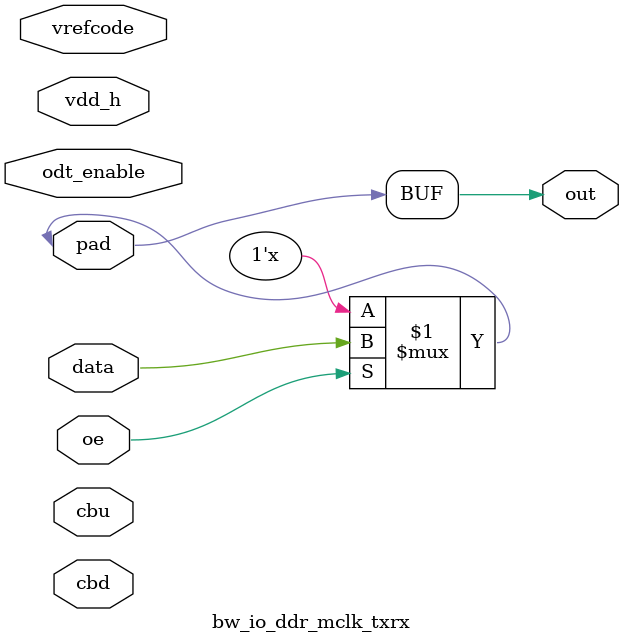
<source format=v>
module bw_io_ddr_mclk_txrx(
   out, 
   pad, 
   vrefcode, vdd_h, cbu, cbd, data, oe, odt_enable
   );
input [7:0]     vrefcode;       
input           odt_enable;    	
input           vdd_h;         	
input [8:1]     cbu;            
input [8:1]     cbd;            
input           data;        	
input           oe;          	
inout           pad;            
output          out;            
assign pad = oe ? data : 1'bz;
assign out = pad;
endmodule
</source>
